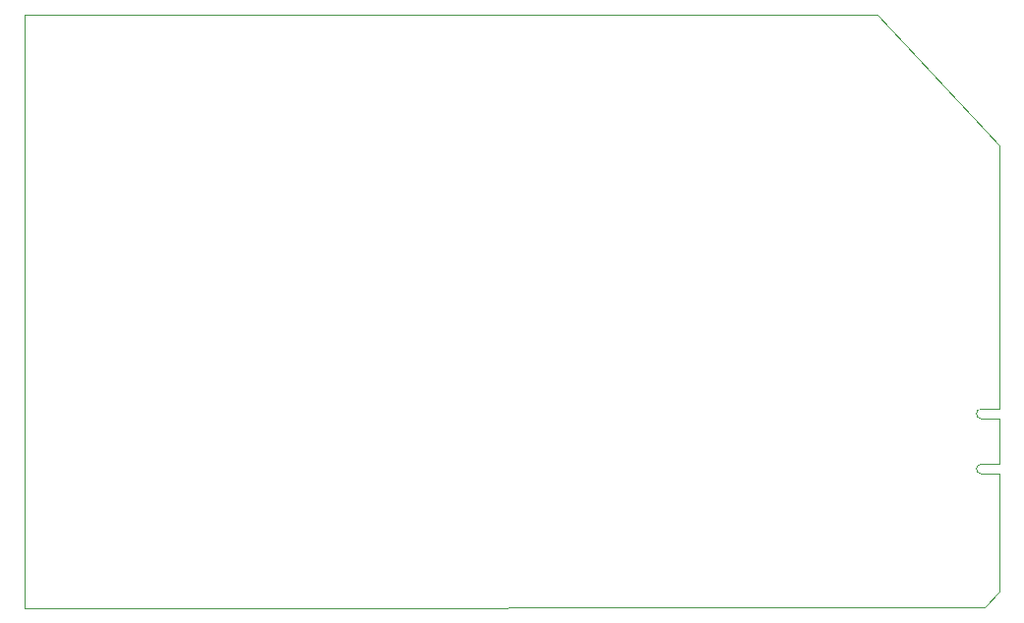
<source format=gbr>
%TF.GenerationSoftware,KiCad,Pcbnew,9.0.0*%
%TF.CreationDate,2025-11-11T18:57:33-05:00*%
%TF.ProjectId,Agi_WSN,4167695f-5753-44e2-9e6b-696361645f70,rev?*%
%TF.SameCoordinates,Original*%
%TF.FileFunction,Profile,NP*%
%FSLAX46Y46*%
G04 Gerber Fmt 4.6, Leading zero omitted, Abs format (unit mm)*
G04 Created by KiCad (PCBNEW 9.0.0) date 2025-11-11 18:57:33*
%MOMM*%
%LPD*%
G01*
G04 APERTURE LIST*
%TA.AperFunction,Profile*%
%ADD10C,0.050000*%
%TD*%
%TA.AperFunction,Profile*%
%ADD11C,0.100000*%
%TD*%
G04 APERTURE END LIST*
D10*
X162000000Y-109820000D02*
X162000000Y-88087200D01*
X151485600Y-76809600D02*
X162000000Y-88087200D01*
X78079600Y-76809600D02*
X151485600Y-76809600D01*
X78079600Y-77876400D02*
X78079600Y-76809600D01*
X78079600Y-127914400D02*
X78079600Y-77876400D01*
X160680400Y-127863600D02*
X78079600Y-127914400D01*
X162000000Y-126542800D02*
X160680400Y-127863600D01*
X162000000Y-117320000D02*
X162000000Y-126542800D01*
D11*
%TO.C,J2*%
X162000000Y-117320000D02*
X162000000Y-116370000D01*
X160425000Y-116370000D02*
X162000000Y-116370000D01*
X160425000Y-115520000D02*
X162000000Y-115520000D01*
X162000000Y-115520000D02*
X162000000Y-111620000D01*
X160425000Y-111620000D02*
X162000000Y-111620000D01*
X160425000Y-110770000D02*
X162000000Y-110770000D01*
X162000000Y-110770000D02*
X162000000Y-109820000D01*
X160425000Y-116370000D02*
G75*
G02*
X160425000Y-115520000I0J425000D01*
G01*
X160425000Y-111620000D02*
G75*
G02*
X160425000Y-110770000I0J425000D01*
G01*
%TD*%
M02*

</source>
